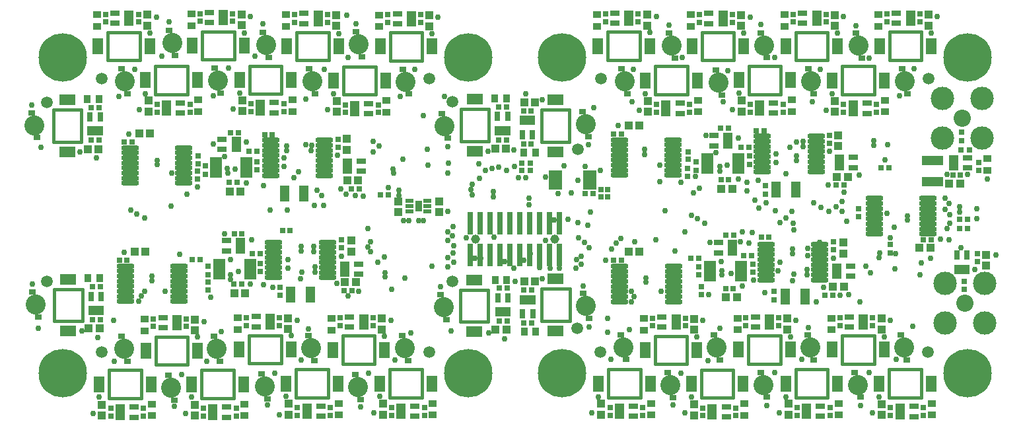
<source format=gbs>
G04*
G04 #@! TF.GenerationSoftware,Altium Limited,Altium Designer,18.1.6 (161)*
G04*
G04 Layer_Color=16711935*
%FSLAX44Y44*%
%MOMM*%
G71*
G01*
G75*
%ADD14C,0.4064*%
%ADD28O,2.3032X0.6532*%
%ADD29R,0.7032X0.8032*%
%ADD30R,0.8032X0.7032*%
%ADD31R,0.8032X0.7532*%
%ADD33R,1.1032X1.0032*%
%ADD34R,0.7532X0.8032*%
%ADD36R,1.0032X1.1032*%
%ADD41C,2.2032*%
%ADD42C,3.0032*%
%ADD43C,1.1684*%
%ADD44C,0.7620*%
%ADD45C,1.5032*%
%ADD46C,2.5654*%
%ADD47C,6.2032*%
%ADD70R,1.2032X0.6732*%
%ADD71R,1.2032X2.0032*%
%ADD72R,1.5532X0.6532*%
%ADD73R,1.6532X0.5032*%
%ADD74R,0.7112X2.9972*%
%ADD75R,0.9652X1.3970*%
%ADD76R,1.0160X0.5080*%
%ADD77R,0.6732X1.2032*%
%ADD78R,1.1032X0.9032*%
%ADD79R,2.8032X1.3032*%
%ADD80R,0.9032X0.7032*%
%ADD81R,2.0032X1.4532*%
%ADD82R,0.9032X1.1032*%
%ADD83R,1.4532X2.0032*%
D14*
X709823Y364423D02*
Y405571D01*
X673755Y364423D02*
Y405571D01*
Y364423D02*
X709823D01*
X673755Y405571D02*
X709823D01*
X1161070Y469144D02*
Y505212D01*
X1119922Y469144D02*
Y505212D01*
X1161070D01*
X1119922Y469144D02*
X1161070D01*
X1119462Y36328D02*
Y72396D01*
X1160610Y36328D02*
Y72396D01*
X1119462Y36328D02*
X1160610D01*
X1119462Y72396D02*
X1160610D01*
X980222Y79820D02*
Y115888D01*
X939074Y79820D02*
Y115888D01*
X980222D01*
X939074Y79820D02*
X980222D01*
X878862Y36016D02*
Y72084D01*
X920010Y36016D02*
Y72084D01*
X878862Y36016D02*
X920010D01*
X878862Y72084D02*
X920010D01*
X860496Y79396D02*
Y115464D01*
X819348Y79396D02*
Y115464D01*
X860496D01*
X819348Y79396D02*
X860496D01*
X999760Y36469D02*
Y72537D01*
X1040908Y36469D02*
Y72537D01*
X999760Y36469D02*
X1040908D01*
X999760Y72537D02*
X1040908D01*
X1100618Y79762D02*
Y115830D01*
X1059470Y79762D02*
Y115830D01*
X1100618D01*
X1059470Y79762D02*
X1100618D01*
X939546Y425374D02*
Y461442D01*
X980694Y425374D02*
Y461442D01*
X939546Y425374D02*
X980694D01*
X939546Y461442D02*
X980694D01*
X920540Y468718D02*
Y504786D01*
X879392Y468718D02*
Y504786D01*
X920540D01*
X879392Y468718D02*
X920540D01*
X800109Y469199D02*
Y505267D01*
X758961Y469199D02*
Y505267D01*
X800109D01*
X758961Y469199D02*
X800109D01*
X674056Y176040D02*
X710124D01*
X674056Y134892D02*
X710124D01*
X674056D02*
Y176040D01*
X710124Y134892D02*
Y176040D01*
X569610Y133605D02*
X605678D01*
X569610Y174753D02*
X605678D01*
Y133605D02*
Y174753D01*
X569610Y133605D02*
Y174753D01*
X759730Y36494D02*
Y72562D01*
X800878Y36494D02*
Y72562D01*
X759730Y36494D02*
X800878D01*
X759730Y72562D02*
X800878D01*
X1040868Y468884D02*
Y504952D01*
X999720Y468884D02*
Y504952D01*
X1040868D01*
X999720Y468884D02*
X1040868D01*
X819682Y424942D02*
Y461010D01*
X860830Y424942D02*
Y461010D01*
X819682Y424942D02*
X860830D01*
X819682Y461010D02*
X860830D01*
X570418Y364893D02*
X606486D01*
X570418Y406041D02*
X606486D01*
Y364893D02*
Y406041D01*
X570418Y364893D02*
Y406041D01*
X1059410Y424942D02*
Y461010D01*
X1100558Y424942D02*
Y461010D01*
X1059410Y424942D02*
X1100558D01*
X1059410Y461010D02*
X1100558D01*
X340090Y80094D02*
Y116162D01*
X298942Y80094D02*
Y116162D01*
X340090D01*
X298942Y80094D02*
X340090D01*
X459978Y79708D02*
Y115776D01*
X418830Y79708D02*
Y115776D01*
X459978D01*
X418830Y79708D02*
X459978D01*
X49352Y134185D02*
X85420D01*
X49352Y175333D02*
X85420D01*
Y134185D02*
Y175333D01*
X49352Y134185D02*
Y175333D01*
X220650Y78546D02*
Y114614D01*
X179502Y78546D02*
Y114614D01*
X220650D01*
X179502Y78546D02*
X220650D01*
X359166Y36469D02*
Y72537D01*
X400314Y36469D02*
Y72537D01*
X359166Y36469D02*
X400314D01*
X359166Y72537D02*
X400314D01*
X479622Y36469D02*
Y72537D01*
X520770Y36469D02*
Y72537D01*
X479622Y36469D02*
X520770D01*
X479622Y72537D02*
X520770D01*
X119704Y35544D02*
Y71612D01*
X160852Y35544D02*
Y71612D01*
X119704Y35544D02*
X160852D01*
X119704Y71612D02*
X160852D01*
X238322Y35544D02*
Y71612D01*
X279470Y35544D02*
Y71612D01*
X238322Y35544D02*
X279470D01*
X238322Y71612D02*
X279470D01*
X280138Y469724D02*
Y505792D01*
X238990Y469724D02*
Y505792D01*
X280138D01*
X238990Y469724D02*
X280138D01*
X401490Y468630D02*
Y504698D01*
X360342Y468630D02*
Y504698D01*
X401490D01*
X360342Y468630D02*
X401490D01*
X521124Y468424D02*
Y504492D01*
X479976Y468424D02*
Y504492D01*
X521124D01*
X479976Y468424D02*
X521124D01*
X48000Y364320D02*
X84068D01*
X48000Y405468D02*
X84068D01*
Y364320D02*
Y405468D01*
X48000Y364320D02*
Y405468D01*
X299490Y425704D02*
Y461772D01*
X340638Y425704D02*
Y461772D01*
X299490Y425704D02*
X340638D01*
X299490Y461772D02*
X340638D01*
X420394Y424688D02*
Y460756D01*
X461542Y424688D02*
Y460756D01*
X420394Y424688D02*
X461542D01*
X420394Y460756D02*
X461542D01*
X179086Y425368D02*
Y461436D01*
X220234Y425368D02*
Y461436D01*
X179086Y425368D02*
X220234D01*
X179086Y461436D02*
X220234D01*
X159248Y468906D02*
Y504974D01*
X118100Y468906D02*
Y504974D01*
X159248D01*
X118100Y468906D02*
X159248D01*
D28*
X957139Y325776D02*
D03*
Y332276D02*
D03*
Y338776D02*
D03*
Y345276D02*
D03*
Y351776D02*
D03*
Y358276D02*
D03*
Y364776D02*
D03*
Y371276D02*
D03*
X1026139Y325776D02*
D03*
Y332276D02*
D03*
Y338776D02*
D03*
Y345276D02*
D03*
Y351776D02*
D03*
Y358276D02*
D03*
Y364776D02*
D03*
Y371276D02*
D03*
X842934Y366822D02*
D03*
Y360322D02*
D03*
Y353822D02*
D03*
Y347322D02*
D03*
Y340822D02*
D03*
Y334322D02*
D03*
Y327822D02*
D03*
Y321322D02*
D03*
X773934Y366822D02*
D03*
Y360322D02*
D03*
Y353822D02*
D03*
Y347322D02*
D03*
Y340822D02*
D03*
Y334322D02*
D03*
Y327822D02*
D03*
Y321322D02*
D03*
X395732Y366302D02*
D03*
Y359802D02*
D03*
Y353302D02*
D03*
Y346802D02*
D03*
Y340302D02*
D03*
Y333802D02*
D03*
Y327302D02*
D03*
Y320802D02*
D03*
X326732Y366302D02*
D03*
Y359802D02*
D03*
Y353302D02*
D03*
Y346802D02*
D03*
Y340302D02*
D03*
Y333802D02*
D03*
Y327302D02*
D03*
Y320802D02*
D03*
X215554Y356662D02*
D03*
Y350162D02*
D03*
Y343662D02*
D03*
Y337162D02*
D03*
Y330662D02*
D03*
Y324162D02*
D03*
Y317662D02*
D03*
Y311162D02*
D03*
X146554Y356662D02*
D03*
Y350162D02*
D03*
Y343662D02*
D03*
Y337162D02*
D03*
Y330662D02*
D03*
Y324162D02*
D03*
Y317662D02*
D03*
Y311162D02*
D03*
X140458Y159607D02*
D03*
Y166106D02*
D03*
Y172607D02*
D03*
Y179107D02*
D03*
Y185606D02*
D03*
Y192106D02*
D03*
Y198606D02*
D03*
Y205107D02*
D03*
X209458Y159607D02*
D03*
Y166106D02*
D03*
Y172607D02*
D03*
Y179107D02*
D03*
Y185606D02*
D03*
Y192106D02*
D03*
Y198606D02*
D03*
Y205107D02*
D03*
X330644Y190179D02*
D03*
Y196679D02*
D03*
Y203179D02*
D03*
Y209679D02*
D03*
Y216179D02*
D03*
Y222679D02*
D03*
Y229179D02*
D03*
Y235679D02*
D03*
X399644Y190179D02*
D03*
Y196679D02*
D03*
Y203179D02*
D03*
Y209679D02*
D03*
Y216179D02*
D03*
Y222679D02*
D03*
Y229179D02*
D03*
Y235679D02*
D03*
X842996Y204966D02*
D03*
Y198466D02*
D03*
Y191966D02*
D03*
Y185466D02*
D03*
Y178966D02*
D03*
Y172466D02*
D03*
Y165966D02*
D03*
Y159466D02*
D03*
X773996Y204966D02*
D03*
Y198466D02*
D03*
Y191966D02*
D03*
Y185466D02*
D03*
Y178966D02*
D03*
Y172466D02*
D03*
Y165966D02*
D03*
Y159466D02*
D03*
X1030722Y232885D02*
D03*
Y226385D02*
D03*
Y219885D02*
D03*
Y213385D02*
D03*
Y206885D02*
D03*
Y200385D02*
D03*
Y193885D02*
D03*
Y187385D02*
D03*
X961722Y232885D02*
D03*
Y226385D02*
D03*
Y219885D02*
D03*
Y213385D02*
D03*
Y206885D02*
D03*
Y200385D02*
D03*
Y193885D02*
D03*
Y187385D02*
D03*
X1100420Y246164D02*
D03*
Y252664D02*
D03*
Y259164D02*
D03*
Y265664D02*
D03*
Y272164D02*
D03*
Y278664D02*
D03*
Y285164D02*
D03*
Y291664D02*
D03*
X1169420Y246164D02*
D03*
Y252664D02*
D03*
Y259164D02*
D03*
Y265664D02*
D03*
Y272164D02*
D03*
Y278664D02*
D03*
Y285164D02*
D03*
Y291664D02*
D03*
D29*
X750000Y303500D02*
D03*
Y293500D02*
D03*
X759000Y303500D02*
D03*
Y293500D02*
D03*
X1232662Y220640D02*
D03*
Y210640D02*
D03*
X1234694Y327710D02*
D03*
Y337710D02*
D03*
X1116896Y528106D02*
D03*
Y518106D02*
D03*
X1159060Y528106D02*
D03*
Y518106D02*
D03*
X1163636Y13434D02*
D03*
Y23434D02*
D03*
X1121472Y13434D02*
D03*
Y23434D02*
D03*
X861822Y341710D02*
D03*
Y351710D02*
D03*
X1043373Y372148D02*
D03*
Y362148D02*
D03*
X936048Y138782D02*
D03*
Y128782D02*
D03*
X978212Y138782D02*
D03*
Y128782D02*
D03*
X923036Y13122D02*
D03*
Y23122D02*
D03*
X880872Y13122D02*
D03*
Y23122D02*
D03*
X816322Y138358D02*
D03*
Y128358D02*
D03*
X858486Y138358D02*
D03*
Y128358D02*
D03*
X1043934Y13575D02*
D03*
Y23575D02*
D03*
X1001770Y13575D02*
D03*
Y23575D02*
D03*
X1056444Y138724D02*
D03*
Y128724D02*
D03*
X1098608Y138724D02*
D03*
Y128724D02*
D03*
X983720Y402480D02*
D03*
Y412480D02*
D03*
X941556Y402480D02*
D03*
Y412480D02*
D03*
X876366Y527680D02*
D03*
Y517680D02*
D03*
X918530Y527680D02*
D03*
Y517680D02*
D03*
X755935Y528161D02*
D03*
Y518161D02*
D03*
X798099Y528161D02*
D03*
Y518161D02*
D03*
X803904Y13600D02*
D03*
Y23600D02*
D03*
X761740Y13600D02*
D03*
Y23600D02*
D03*
X996694Y527846D02*
D03*
Y517846D02*
D03*
X1038858Y527846D02*
D03*
Y517846D02*
D03*
X863856Y402048D02*
D03*
Y412048D02*
D03*
X821692Y402048D02*
D03*
Y412048D02*
D03*
X1103584Y402048D02*
D03*
Y412048D02*
D03*
X1061420Y402048D02*
D03*
Y412048D02*
D03*
X295916Y129056D02*
D03*
Y139056D02*
D03*
X338080Y129056D02*
D03*
Y139056D02*
D03*
X415804Y128670D02*
D03*
Y138670D02*
D03*
X457968Y128670D02*
D03*
Y138670D02*
D03*
X176476Y127508D02*
D03*
Y137508D02*
D03*
X218640Y127508D02*
D03*
Y137508D02*
D03*
X403340Y23575D02*
D03*
Y13575D02*
D03*
X361176Y23575D02*
D03*
Y13575D02*
D03*
X523796Y23575D02*
D03*
Y13575D02*
D03*
X481632Y23575D02*
D03*
Y13575D02*
D03*
X163878Y22650D02*
D03*
Y12650D02*
D03*
X121714Y22650D02*
D03*
Y12650D02*
D03*
X282496Y22650D02*
D03*
Y12650D02*
D03*
X240332Y22650D02*
D03*
Y12650D02*
D03*
X233408Y336198D02*
D03*
Y346198D02*
D03*
X235964Y518686D02*
D03*
Y528686D02*
D03*
X278128Y518686D02*
D03*
Y528686D02*
D03*
X357316Y517592D02*
D03*
Y527592D02*
D03*
X399480Y517592D02*
D03*
Y527592D02*
D03*
X476950Y517386D02*
D03*
Y527386D02*
D03*
X519114Y517386D02*
D03*
Y527386D02*
D03*
X343664Y412810D02*
D03*
Y402810D02*
D03*
X301500Y412810D02*
D03*
Y402810D02*
D03*
X464568Y411794D02*
D03*
Y401794D02*
D03*
X422404Y411794D02*
D03*
Y401794D02*
D03*
X223260Y412474D02*
D03*
Y402474D02*
D03*
X181096Y412474D02*
D03*
Y402474D02*
D03*
X115074Y517868D02*
D03*
Y527868D02*
D03*
X157238Y517868D02*
D03*
Y527868D02*
D03*
X1048654Y236140D02*
D03*
Y226140D02*
D03*
X412966Y367174D02*
D03*
Y357174D02*
D03*
X417576Y238934D02*
D03*
Y228934D02*
D03*
D30*
X1061894Y308864D02*
D03*
X1051894D02*
D03*
X903812Y381762D02*
D03*
X913812D02*
D03*
X939661Y357416D02*
D03*
X929661D02*
D03*
X914066Y315722D02*
D03*
X904066D02*
D03*
X766256Y374142D02*
D03*
X776256D02*
D03*
X430064Y304182D02*
D03*
X440064D02*
D03*
X275517Y375518D02*
D03*
X285517D02*
D03*
X309254Y352442D02*
D03*
X299254D02*
D03*
X283346Y312056D02*
D03*
X273346D02*
D03*
X138876Y363982D02*
D03*
X148876D02*
D03*
X142780Y212426D02*
D03*
X132780D02*
D03*
X279480Y181610D02*
D03*
X289480D02*
D03*
X280017Y246380D02*
D03*
X290017D02*
D03*
X313142Y220980D02*
D03*
X303142D02*
D03*
X430958Y173482D02*
D03*
X420958D02*
D03*
X766318Y212286D02*
D03*
X776318D02*
D03*
X910416Y244856D02*
D03*
X920416D02*
D03*
X919908Y176022D02*
D03*
X909908D02*
D03*
X943276Y218440D02*
D03*
X933276D02*
D03*
X1047561Y167386D02*
D03*
X1037561D02*
D03*
X1173500Y238512D02*
D03*
X1163500D02*
D03*
X1211246Y321818D02*
D03*
X1201246D02*
D03*
X739750Y297750D02*
D03*
X729750D02*
D03*
X959411Y378324D02*
D03*
X949411D02*
D03*
X875204Y215240D02*
D03*
X865204D02*
D03*
X651162Y131866D02*
D03*
X661162D02*
D03*
X651162Y174030D02*
D03*
X661162D02*
D03*
X630001Y176521D02*
D03*
X620001D02*
D03*
X630001Y134357D02*
D03*
X620001D02*
D03*
X629380Y409067D02*
D03*
X619380D02*
D03*
X629380Y366903D02*
D03*
X619380D02*
D03*
X650861Y361397D02*
D03*
X660861D02*
D03*
X650861Y403561D02*
D03*
X660861D02*
D03*
X236394Y213039D02*
D03*
X226394D02*
D03*
X98314Y178358D02*
D03*
X108314D02*
D03*
X96962Y408494D02*
D03*
X106962D02*
D03*
X96962Y366330D02*
D03*
X106962D02*
D03*
X965628Y241808D02*
D03*
X955628D02*
D03*
X329004Y373350D02*
D03*
X319004D02*
D03*
X351844Y250190D02*
D03*
X341844D02*
D03*
X108314Y136194D02*
D03*
X98314D02*
D03*
D31*
X940816Y335618D02*
D03*
Y346118D02*
D03*
X309334Y328522D02*
D03*
Y339022D02*
D03*
X313690Y197950D02*
D03*
Y208450D02*
D03*
X246762Y204640D02*
D03*
Y194140D02*
D03*
X875284Y204132D02*
D03*
Y193632D02*
D03*
X944598Y196867D02*
D03*
Y207367D02*
D03*
X1120902Y221930D02*
D03*
Y232430D02*
D03*
X1080262Y268054D02*
D03*
Y278554D02*
D03*
X1216152Y175090D02*
D03*
Y185590D02*
D03*
X1212342Y365844D02*
D03*
Y376344D02*
D03*
X961443Y297302D02*
D03*
Y307802D02*
D03*
X861314Y330370D02*
D03*
Y319870D02*
D03*
X872236Y327998D02*
D03*
Y338498D02*
D03*
X972170Y161882D02*
D03*
Y172382D02*
D03*
X879094Y178732D02*
D03*
Y168232D02*
D03*
X243078Y322918D02*
D03*
Y333418D02*
D03*
X338836Y177970D02*
D03*
Y167470D02*
D03*
X246762Y184713D02*
D03*
Y174213D02*
D03*
X233172Y326814D02*
D03*
Y316314D02*
D03*
D33*
X1054333Y358908D02*
D03*
Y372908D02*
D03*
X542600Y288000D02*
D03*
Y274000D02*
D03*
X490750Y288000D02*
D03*
Y274000D02*
D03*
X423926Y367934D02*
D03*
Y353934D02*
D03*
X1243838Y205598D02*
D03*
Y219598D02*
D03*
X430022Y223886D02*
D03*
Y237886D02*
D03*
X168414Y527050D02*
D03*
Y513050D02*
D03*
X1061100Y235092D02*
D03*
Y221092D02*
D03*
X1110296Y14252D02*
D03*
Y28252D02*
D03*
X1170236Y527288D02*
D03*
Y513288D02*
D03*
X989388Y137964D02*
D03*
Y123964D02*
D03*
X990594Y14393D02*
D03*
Y28393D02*
D03*
X869696Y13940D02*
D03*
Y27940D02*
D03*
X1109784Y137906D02*
D03*
Y123906D02*
D03*
X869662Y137540D02*
D03*
Y123540D02*
D03*
X750564Y14418D02*
D03*
Y28418D02*
D03*
X930380Y403298D02*
D03*
Y417298D02*
D03*
X1050034Y527028D02*
D03*
Y513028D02*
D03*
X929706Y526862D02*
D03*
Y512862D02*
D03*
X1050244Y402866D02*
D03*
Y416866D02*
D03*
X810516Y402866D02*
D03*
Y416866D02*
D03*
X809275Y527343D02*
D03*
Y513343D02*
D03*
X410656Y526774D02*
D03*
Y512774D02*
D03*
X530290Y526568D02*
D03*
Y512568D02*
D03*
X290324Y403628D02*
D03*
Y417628D02*
D03*
X411228Y402612D02*
D03*
Y416612D02*
D03*
X289304Y527868D02*
D03*
Y513868D02*
D03*
X169920Y403292D02*
D03*
Y417292D02*
D03*
X350000Y28393D02*
D03*
Y14393D02*
D03*
X349256Y124238D02*
D03*
Y138238D02*
D03*
X469144Y123852D02*
D03*
Y137852D02*
D03*
X470456Y28393D02*
D03*
Y14393D02*
D03*
X229156Y27468D02*
D03*
Y13468D02*
D03*
X110538Y27468D02*
D03*
Y13468D02*
D03*
X229816Y122690D02*
D03*
Y136690D02*
D03*
D34*
X1119672Y331078D02*
D03*
X1109172D02*
D03*
X649000Y327660D02*
D03*
X659500D02*
D03*
Y337250D02*
D03*
X649000D02*
D03*
X1209750Y265250D02*
D03*
X1220250D02*
D03*
X1209750Y252750D02*
D03*
X1220250D02*
D03*
X467077Y296164D02*
D03*
X477577D02*
D03*
X1222418Y354114D02*
D03*
X1211918D02*
D03*
D36*
X904606Y304038D02*
D03*
X918606D02*
D03*
X274140Y300626D02*
D03*
X288140D02*
D03*
X280020Y170180D02*
D03*
X294020D02*
D03*
X910702Y165308D02*
D03*
X924702D02*
D03*
X1196452Y310388D02*
D03*
X1210452D02*
D03*
X1172494Y228250D02*
D03*
X1158494D02*
D03*
X1066830Y319532D02*
D03*
X1052830D02*
D03*
X1047608Y178642D02*
D03*
X1061608D02*
D03*
X436006Y184404D02*
D03*
X422006D02*
D03*
X425016Y315104D02*
D03*
X439016D02*
D03*
X785654Y223208D02*
D03*
X799654D02*
D03*
X785592Y385064D02*
D03*
X799592D02*
D03*
X651980Y185206D02*
D03*
X665980D02*
D03*
X629183Y123181D02*
D03*
X615183D02*
D03*
X651679Y414737D02*
D03*
X665679D02*
D03*
X628562Y355727D02*
D03*
X614562D02*
D03*
X158212Y374904D02*
D03*
X172212D02*
D03*
X106144Y355154D02*
D03*
X92144D02*
D03*
X166116Y223349D02*
D03*
X152116D02*
D03*
X93496Y125019D02*
D03*
X107496D02*
D03*
D41*
X1213228Y394752D02*
D03*
X1216568Y157638D02*
D03*
D42*
X1187828Y420152D02*
D03*
Y369352D02*
D03*
X1238628D02*
D03*
Y420152D02*
D03*
X1191168Y183038D02*
D03*
Y132238D02*
D03*
X1241968D02*
D03*
Y183038D02*
D03*
D43*
X690800Y240000D02*
D03*
X589200D02*
D03*
D44*
X550000Y422722D02*
D03*
X711785Y299265D02*
D03*
X852330Y312420D02*
D03*
X825558Y313192D02*
D03*
X890086Y234950D02*
D03*
X756589Y212286D02*
D03*
X1120902Y240866D02*
D03*
X1030750Y235750D02*
D03*
X425016Y315104D02*
D03*
X322771Y26771D02*
D03*
X203080Y25080D02*
D03*
X1143500Y269402D02*
D03*
X1143250Y263833D02*
D03*
X871630Y319870D02*
D03*
X902500Y326795D02*
D03*
Y332750D02*
D03*
X362482Y325947D02*
D03*
X371518Y360518D02*
D03*
X347250Y352806D02*
D03*
X1001000Y340000D02*
D03*
Y346118D02*
D03*
X806250Y354572D02*
D03*
X806039Y348017D02*
D03*
X1000549Y364268D02*
D03*
X992349Y357500D02*
D03*
X884840Y372340D02*
D03*
X1161250Y209000D02*
D03*
X1159307Y194259D02*
D03*
X1211750Y228500D02*
D03*
X720500Y315301D02*
D03*
X729750Y333000D02*
D03*
X702876Y333699D02*
D03*
X679156Y319468D02*
D03*
X685038Y202692D02*
D03*
X690534Y264263D02*
D03*
X646282Y270263D02*
D03*
X577516Y241412D02*
D03*
X561632Y231432D02*
D03*
X560578Y255270D02*
D03*
X522250Y263320D02*
D03*
X491250Y295656D02*
D03*
Y302500D02*
D03*
X503750Y263320D02*
D03*
X516500Y263250D02*
D03*
X497500Y263320D02*
D03*
X679033Y238262D02*
D03*
X612380Y300750D02*
D03*
X612376Y293624D02*
D03*
X695214Y298250D02*
D03*
X749554Y328054D02*
D03*
X733085Y257415D02*
D03*
X720500Y260630D02*
D03*
X736346Y273924D02*
D03*
X654050Y318008D02*
D03*
X1065220Y262780D02*
D03*
X1059680Y275000D02*
D03*
X1052086Y280750D02*
D03*
X1059250Y287500D02*
D03*
X961547Y286514D02*
D03*
X997524Y251190D02*
D03*
X997000Y260000D02*
D03*
X1042000Y275000D02*
D03*
X1032250Y280495D02*
D03*
X1023000Y286250D02*
D03*
X995250Y274882D02*
D03*
X883500Y260000D02*
D03*
X952880Y278962D02*
D03*
X974137Y275750D02*
D03*
X874250Y265500D02*
D03*
X866186Y270000D02*
D03*
X947750Y289789D02*
D03*
X937500Y301750D02*
D03*
Y312500D02*
D03*
X951964Y314941D02*
D03*
X926279Y316776D02*
D03*
X868750Y299250D02*
D03*
X876750Y305000D02*
D03*
X857750Y248750D02*
D03*
X820926Y239000D02*
D03*
X793208Y235966D02*
D03*
X980130Y260630D02*
D03*
X987000Y266750D02*
D03*
X832358Y276352D02*
D03*
X764000Y227250D02*
D03*
X769802Y234500D02*
D03*
X775250Y240656D02*
D03*
X735076Y228824D02*
D03*
X944326Y248441D02*
D03*
X931750Y248500D02*
D03*
X940131Y234869D02*
D03*
X929306Y235966D02*
D03*
X1209750Y274250D02*
D03*
X1210000Y280782D02*
D03*
X1197558Y270763D02*
D03*
X1126490Y254510D02*
D03*
X1116500Y272250D02*
D03*
X1172494Y215006D02*
D03*
X1231960Y265710D02*
D03*
X1197500Y260000D02*
D03*
X1196308Y238512D02*
D03*
X1185558Y239762D02*
D03*
X1194054Y252730D02*
D03*
X1231946Y278710D02*
D03*
X1127637Y220680D02*
D03*
X1128948Y85426D02*
D03*
X1149570Y127762D02*
D03*
X1196340Y284988D02*
D03*
X1191696Y291664D02*
D03*
X1191514Y277876D02*
D03*
X946150Y187498D02*
D03*
X996076Y185848D02*
D03*
X979772Y210245D02*
D03*
X977392Y199323D02*
D03*
X728756Y235174D02*
D03*
X721106Y241046D02*
D03*
X1117632Y360668D02*
D03*
X1015492Y218440D02*
D03*
X1015702Y228092D02*
D03*
X329608Y177970D02*
D03*
X610362Y330200D02*
D03*
X391922Y295656D02*
D03*
X612775Y241808D02*
D03*
X383286Y196850D02*
D03*
X1014364Y200914D02*
D03*
X618744Y331470D02*
D03*
X386588Y302337D02*
D03*
X608076Y250444D02*
D03*
X383286Y203708D02*
D03*
X997722Y194377D02*
D03*
X660081Y220726D02*
D03*
X671576Y203454D02*
D03*
X725170Y207010D02*
D03*
X718566Y213122D02*
D03*
X718379Y202117D02*
D03*
X725170Y217678D02*
D03*
X707644Y264632D02*
D03*
X651256Y212894D02*
D03*
X697150Y202692D02*
D03*
X825558Y334322D02*
D03*
X845312Y224282D02*
D03*
X827532Y172466D02*
D03*
X792884Y166116D02*
D03*
X789178Y172466D02*
D03*
X788924Y159313D02*
D03*
X496062Y341884D02*
D03*
X484124Y324104D02*
D03*
X483870Y329692D02*
D03*
X401113Y235679D02*
D03*
X423418Y296926D02*
D03*
X394462Y282956D02*
D03*
X416814Y304038D02*
D03*
X383032Y282956D02*
D03*
X348234Y276606D02*
D03*
X451104Y252730D02*
D03*
X454406Y223254D02*
D03*
X451104Y229754D02*
D03*
X454406Y236254D02*
D03*
X326164Y276606D02*
D03*
X594464Y317350D02*
D03*
X527800Y354572D02*
D03*
X199586Y324162D02*
D03*
X199516Y282322D02*
D03*
X191122Y172607D02*
D03*
X585216Y310134D02*
D03*
X457868Y364585D02*
D03*
X554228Y249174D02*
D03*
X157734Y160274D02*
D03*
X147066Y277079D02*
D03*
X584962Y296164D02*
D03*
X458216Y351536D02*
D03*
X554228Y238252D02*
D03*
X165354Y172720D02*
D03*
X165100Y266446D02*
D03*
X583438Y303276D02*
D03*
X559816Y243586D02*
D03*
X465398Y358648D02*
D03*
X161290Y166750D02*
D03*
X155448Y271526D02*
D03*
X318008Y307848D02*
D03*
X638810Y354114D02*
D03*
X593598Y336130D02*
D03*
X553466Y274766D02*
D03*
X553466Y323850D02*
D03*
X554990Y336804D02*
D03*
X210262Y220336D02*
D03*
X219588Y297180D02*
D03*
X174208Y192571D02*
D03*
X473456Y191102D02*
D03*
Y196596D02*
D03*
X498602Y189484D02*
D03*
X560832Y222060D02*
D03*
X554228Y215646D02*
D03*
X561086Y209804D02*
D03*
X554228Y203962D02*
D03*
X344132Y332710D02*
D03*
X626872Y210566D02*
D03*
X317500Y181102D02*
D03*
X348694Y202117D02*
D03*
X638302Y202692D02*
D03*
X658114Y283210D02*
D03*
X608330Y218440D02*
D03*
X582676Y262382D02*
D03*
X596392Y214884D02*
D03*
X588296Y215071D02*
D03*
X974539Y337684D02*
D03*
X417576Y217932D02*
D03*
X533446Y204516D02*
D03*
X477577Y305365D02*
D03*
X629412Y327660D02*
D03*
X382270Y223266D02*
D03*
X382016Y230632D02*
D03*
X366644Y197319D02*
D03*
X445628Y294782D02*
D03*
X435102Y295656D02*
D03*
X640334Y185206D02*
D03*
X658368Y292354D02*
D03*
X639318Y332994D02*
D03*
X644398Y318008D02*
D03*
X601980Y327456D02*
D03*
X1245292Y316300D02*
D03*
X1193546Y322326D02*
D03*
X1220182Y322360D02*
D03*
X1256680Y219598D02*
D03*
X1229614Y200406D02*
D03*
X1107186Y221488D02*
D03*
X1106932Y215646D02*
D03*
X1100021Y360172D02*
D03*
X1100154Y365674D02*
D03*
X1061894Y300054D02*
D03*
X1041146Y308864D02*
D03*
X1081024Y321818D02*
D03*
X1020826Y415798D02*
D03*
X553600Y358274D02*
D03*
X734254Y360862D02*
D03*
X740854Y407734D02*
D03*
X792014Y457212D02*
D03*
X789686Y415544D02*
D03*
X837244Y513528D02*
D03*
X854202Y472434D02*
D03*
X912864Y455688D02*
D03*
X906780Y415544D02*
D03*
X1009513Y364776D02*
D03*
X955321Y514831D02*
D03*
X973248Y472434D02*
D03*
X1132900Y422916D02*
D03*
X1076972Y513068D02*
D03*
X1093712Y471678D02*
D03*
X522780Y397970D02*
D03*
X758698Y120396D02*
D03*
X758444Y138346D02*
D03*
X439518Y172720D02*
D03*
X1083056Y26416D02*
D03*
X1093712Y68338D02*
D03*
X1127010Y201180D02*
D03*
X962660Y26416D02*
D03*
X972636Y68396D02*
D03*
X1007333Y85567D02*
D03*
X1016054Y126438D02*
D03*
X1082294Y158750D02*
D03*
X1067562Y168656D02*
D03*
X1056386Y167470D02*
D03*
X1035558Y177546D02*
D03*
X1026139Y158750D02*
D03*
X1096010Y196596D02*
D03*
X1090168Y204978D02*
D03*
X887280Y84132D02*
D03*
X902692Y124968D02*
D03*
X842934Y27016D02*
D03*
X853074Y67972D02*
D03*
X544830Y178642D02*
D03*
X727456Y179212D02*
D03*
X763374Y85592D02*
D03*
X786748Y123808D02*
D03*
X734956Y127374D02*
D03*
X557786Y121960D02*
D03*
X995680Y227076D02*
D03*
X995426Y220980D02*
D03*
X174244Y185928D02*
D03*
X808228Y189992D02*
D03*
Y184404D02*
D03*
X905256Y193643D02*
D03*
Y199323D02*
D03*
X960036Y170858D02*
D03*
X986482Y168402D02*
D03*
X1011482Y168656D02*
D03*
X916828Y195622D02*
D03*
X904240Y210820D02*
D03*
X888559Y168215D02*
D03*
X738803Y17028D02*
D03*
X747054Y37562D02*
D03*
X1120843Y135756D02*
D03*
X1113294Y114560D02*
D03*
X1000447Y135814D02*
D03*
X992898Y114618D02*
D03*
X1098535Y16862D02*
D03*
X1106786Y37396D02*
D03*
X978833Y17003D02*
D03*
X987084Y37537D02*
D03*
X857935Y16550D02*
D03*
X866186Y37084D02*
D03*
X1181295Y525138D02*
D03*
X1151690Y457720D02*
D03*
X1173746Y503942D02*
D03*
X772414Y385318D02*
D03*
X1114298Y341122D02*
D03*
X987277Y323410D02*
D03*
X926135Y369067D02*
D03*
X974739Y306780D02*
D03*
X999739Y306954D02*
D03*
X912013Y334412D02*
D03*
X897911Y350806D02*
D03*
X1009375Y357780D02*
D03*
X1043241Y351776D02*
D03*
X974539Y348606D02*
D03*
X931418Y179466D02*
D03*
X1048654Y215138D02*
D03*
X1014364Y194056D02*
D03*
X880721Y135390D02*
D03*
X873172Y114194D02*
D03*
X918619Y405908D02*
D03*
X926870Y426442D02*
D03*
X941467Y524252D02*
D03*
X933216Y503718D02*
D03*
X821036Y524733D02*
D03*
X812785Y504199D02*
D03*
X675124Y188716D02*
D03*
X626573Y111420D02*
D03*
X606039Y119671D02*
D03*
X1061093Y524878D02*
D03*
X1031488Y457460D02*
D03*
X1053544Y503682D02*
D03*
X799457Y405016D02*
D03*
X807006Y426212D02*
D03*
X1039185Y405016D02*
D03*
X1046734Y426212D02*
D03*
X653829Y425796D02*
D03*
X675025Y418247D02*
D03*
X605216Y352217D02*
D03*
X263144Y121412D02*
D03*
X21396Y181924D02*
D03*
X29210Y124968D02*
D03*
X125222Y135636D02*
D03*
X411226Y183134D02*
D03*
X425704Y166500D02*
D03*
X481632Y175562D02*
D03*
X472327Y216754D02*
D03*
X464370Y210254D02*
D03*
X377498Y171958D02*
D03*
X352498Y172012D02*
D03*
X375158Y124714D02*
D03*
X442408Y24698D02*
D03*
X506476Y119754D02*
D03*
X378968Y352806D02*
D03*
X379106Y359802D02*
D03*
X412834Y346802D02*
D03*
X347000Y359000D02*
D03*
X356870Y318436D02*
D03*
X369332Y301980D02*
D03*
X344332Y301806D02*
D03*
X271350Y329869D02*
D03*
X271504Y324162D02*
D03*
X295872Y311802D02*
D03*
X233172Y306070D02*
D03*
X295729Y364093D02*
D03*
X281606Y329438D02*
D03*
X252984Y361835D02*
D03*
X344132Y343632D02*
D03*
X267504Y345832D02*
D03*
X365760Y224282D02*
D03*
Y230124D02*
D03*
X364998Y188642D02*
D03*
X348694Y213039D02*
D03*
X181096Y340360D02*
D03*
Y334898D02*
D03*
X275590Y187960D02*
D03*
Y193643D02*
D03*
X250190Y165100D02*
D03*
X302260Y238760D02*
D03*
X267970Y246380D02*
D03*
X285750Y198416D02*
D03*
X300340Y182260D02*
D03*
X275232Y213360D02*
D03*
X458695Y17003D02*
D03*
X486222Y84237D02*
D03*
X466946Y37897D02*
D03*
X365766Y84237D02*
D03*
X346490Y37897D02*
D03*
X217395Y16078D02*
D03*
X244922Y83312D02*
D03*
X225646Y36972D02*
D03*
X480905Y135242D02*
D03*
X451866Y67434D02*
D03*
X472654Y115190D02*
D03*
X361017Y135628D02*
D03*
X331978Y67820D02*
D03*
X352766Y115576D02*
D03*
X138674Y222719D02*
D03*
X423904Y526774D02*
D03*
X435932Y515246D02*
D03*
X104886Y113258D02*
D03*
X84834Y121509D02*
D03*
X241577Y134080D02*
D03*
X233326Y114028D02*
D03*
X212538Y66272D02*
D03*
X338239Y14040D02*
D03*
X98777Y16078D02*
D03*
X126304Y83312D02*
D03*
X107028Y36972D02*
D03*
X528320Y334264D02*
D03*
X20126Y411794D02*
D03*
X32512Y357378D02*
D03*
X414166Y503174D02*
D03*
X286814Y426720D02*
D03*
X316908Y515366D02*
D03*
X533800Y503222D02*
D03*
X407718Y425756D02*
D03*
X292814Y503936D02*
D03*
X166410Y425954D02*
D03*
X187198Y473710D02*
D03*
X171924Y503546D02*
D03*
X82042Y351644D02*
D03*
X395158Y457206D02*
D03*
X371542Y418846D02*
D03*
X196656Y518100D02*
D03*
X152648Y457206D02*
D03*
X131826Y422402D02*
D03*
X426214Y472492D02*
D03*
X272542Y458724D02*
D03*
X252984Y422910D02*
D03*
X511744Y457000D02*
D03*
X492954Y422196D02*
D03*
X306748Y473964D02*
D03*
X144892Y374396D02*
D03*
X301065Y525258D02*
D03*
X541349Y524418D02*
D03*
X103534Y343393D02*
D03*
X278563Y406238D02*
D03*
X399467Y405222D02*
D03*
X180175Y524440D02*
D03*
X158159Y405902D02*
D03*
D45*
X559816Y415544D02*
D03*
X720500Y355000D02*
D03*
X720000Y125000D02*
D03*
X559816Y185000D02*
D03*
X40000Y415000D02*
D03*
Y185000D02*
D03*
X530500Y445000D02*
D03*
X110500D02*
D03*
X1170250D02*
D03*
X750250D02*
D03*
X1169750Y95000D02*
D03*
X749750D02*
D03*
X110000D02*
D03*
X530000D02*
D03*
D46*
X958910Y52896D02*
D03*
X959071Y488001D02*
D03*
X380178Y441706D02*
D03*
X378714Y99737D02*
D03*
X1019048Y101067D02*
D03*
X1019556Y441960D02*
D03*
X499812Y441500D02*
D03*
X438658Y50162D02*
D03*
X898821Y100578D02*
D03*
X901252Y440188D02*
D03*
X320802Y488696D02*
D03*
X319021Y50548D02*
D03*
X1079306Y52838D02*
D03*
X1080722Y487934D02*
D03*
X439682Y489286D02*
D03*
X499170Y99737D02*
D03*
X839184Y52472D02*
D03*
X730504Y386588D02*
D03*
X23876Y385572D02*
D03*
X257870Y98812D02*
D03*
X731206Y153918D02*
D03*
X840994Y487934D02*
D03*
X258826Y442800D02*
D03*
X25146Y155702D02*
D03*
X1138750Y100926D02*
D03*
X548640Y152570D02*
D03*
X780348Y441712D02*
D03*
X200406Y490982D02*
D03*
X139252Y98812D02*
D03*
X1139758Y442220D02*
D03*
X779018Y101092D02*
D03*
X549850Y384720D02*
D03*
X139700Y441706D02*
D03*
X199330Y49000D02*
D03*
D47*
X700000Y67500D02*
D03*
Y472500D02*
D03*
X580000D02*
D03*
Y67500D02*
D03*
X60000D02*
D03*
Y472500D02*
D03*
X1220000Y67500D02*
D03*
Y472500D02*
D03*
D70*
X1055565Y337858D02*
D03*
X1073565Y344358D02*
D03*
Y331358D02*
D03*
X1055565Y344358D02*
D03*
Y331358D02*
D03*
X913071Y365840D02*
D03*
X895071Y359340D02*
D03*
Y372340D02*
D03*
X913071Y359340D02*
D03*
Y372340D02*
D03*
X425158Y332884D02*
D03*
X443158Y339384D02*
D03*
Y326384D02*
D03*
X425158Y339384D02*
D03*
Y326384D02*
D03*
X282664Y360866D02*
D03*
X264664Y354366D02*
D03*
Y367366D02*
D03*
X282664Y354366D02*
D03*
Y367366D02*
D03*
X288290Y237640D02*
D03*
Y224640D02*
D03*
X270290Y237640D02*
D03*
Y224640D02*
D03*
X288290Y231140D02*
D03*
X421386Y201168D02*
D03*
X439386Y207668D02*
D03*
Y194668D02*
D03*
X421386D02*
D03*
Y207668D02*
D03*
X918938Y228450D02*
D03*
X900938Y221950D02*
D03*
Y234950D02*
D03*
X918938Y221950D02*
D03*
Y234950D02*
D03*
X1052464Y198374D02*
D03*
X1070464Y204874D02*
D03*
Y191874D02*
D03*
X1052464Y204874D02*
D03*
Y191874D02*
D03*
X1202182Y337578D02*
D03*
X1220182Y344078D02*
D03*
Y331078D02*
D03*
X1202182Y344078D02*
D03*
Y331078D02*
D03*
X1147122Y529352D02*
D03*
Y516352D02*
D03*
X1129122Y529352D02*
D03*
Y516352D02*
D03*
X1147122Y522852D02*
D03*
X1133410Y12188D02*
D03*
Y25188D02*
D03*
X1151410Y12188D02*
D03*
Y25188D02*
D03*
X1133410Y18688D02*
D03*
X786161Y522907D02*
D03*
X768161Y516407D02*
D03*
Y529407D02*
D03*
X786161Y516407D02*
D03*
Y529407D02*
D03*
X966274Y140028D02*
D03*
Y127028D02*
D03*
X948274Y140028D02*
D03*
Y127028D02*
D03*
X966274Y133528D02*
D03*
X892810Y11876D02*
D03*
Y24876D02*
D03*
X910810Y11876D02*
D03*
Y24876D02*
D03*
X892810Y18376D02*
D03*
X846548Y139604D02*
D03*
Y126604D02*
D03*
X828548Y139604D02*
D03*
Y126604D02*
D03*
X846548Y133104D02*
D03*
X1013708Y12329D02*
D03*
Y25329D02*
D03*
X1031708Y12329D02*
D03*
Y25329D02*
D03*
X1013708Y18829D02*
D03*
X1086670Y139970D02*
D03*
Y126970D02*
D03*
X1068670Y139970D02*
D03*
Y126970D02*
D03*
X1086670Y133470D02*
D03*
X953494Y401234D02*
D03*
Y414234D02*
D03*
X971494Y401234D02*
D03*
Y414234D02*
D03*
X953494Y407734D02*
D03*
X906592Y528926D02*
D03*
Y515926D02*
D03*
X888592Y528926D02*
D03*
Y515926D02*
D03*
X906592Y522426D02*
D03*
X773678Y12354D02*
D03*
Y25354D02*
D03*
X791678Y12354D02*
D03*
Y25354D02*
D03*
X773678Y18854D02*
D03*
X1026920Y529092D02*
D03*
Y516092D02*
D03*
X1008920Y529092D02*
D03*
Y516092D02*
D03*
X1026920Y522592D02*
D03*
X833630Y400802D02*
D03*
Y413802D02*
D03*
X851630Y400802D02*
D03*
Y413802D02*
D03*
X833630Y407302D02*
D03*
X1073358Y400802D02*
D03*
Y413802D02*
D03*
X1091358Y400802D02*
D03*
Y413802D02*
D03*
X1073358Y407302D02*
D03*
X326142Y133802D02*
D03*
X308142Y127302D02*
D03*
Y140302D02*
D03*
X326142Y127302D02*
D03*
Y140302D02*
D03*
X446030Y133416D02*
D03*
X428030Y126916D02*
D03*
Y139916D02*
D03*
X446030Y126916D02*
D03*
Y139916D02*
D03*
X206702Y132254D02*
D03*
X188702Y125754D02*
D03*
Y138754D02*
D03*
X206702Y125754D02*
D03*
Y138754D02*
D03*
X373114Y18829D02*
D03*
X391114Y25329D02*
D03*
Y12329D02*
D03*
X373114Y25329D02*
D03*
Y12329D02*
D03*
X493570Y18829D02*
D03*
X511570Y25329D02*
D03*
Y12329D02*
D03*
X493570Y25329D02*
D03*
Y12329D02*
D03*
X133652Y17904D02*
D03*
X151652Y24404D02*
D03*
Y11404D02*
D03*
X133652Y24404D02*
D03*
Y11404D02*
D03*
X252270Y17904D02*
D03*
X270270Y24404D02*
D03*
Y11404D02*
D03*
X252270Y24404D02*
D03*
Y11404D02*
D03*
X266190Y523432D02*
D03*
X248190Y516932D02*
D03*
Y529932D02*
D03*
X266190Y516932D02*
D03*
Y529932D02*
D03*
X387542Y522338D02*
D03*
X369542Y515838D02*
D03*
Y528838D02*
D03*
X387542Y515838D02*
D03*
Y528838D02*
D03*
X507176Y522132D02*
D03*
X489176Y515632D02*
D03*
Y528632D02*
D03*
X507176Y515632D02*
D03*
Y528632D02*
D03*
X313438Y408064D02*
D03*
X331438Y414564D02*
D03*
Y401564D02*
D03*
X313438Y414564D02*
D03*
Y401564D02*
D03*
X434342Y407048D02*
D03*
X452342Y413548D02*
D03*
Y400548D02*
D03*
X434342Y413548D02*
D03*
Y400548D02*
D03*
X193034Y407728D02*
D03*
X211034Y414228D02*
D03*
Y401228D02*
D03*
X193034Y414228D02*
D03*
Y401228D02*
D03*
X145300Y522614D02*
D03*
X127300Y516114D02*
D03*
Y529114D02*
D03*
X145300Y516114D02*
D03*
Y529114D02*
D03*
D71*
X974739Y302886D02*
D03*
X999739D02*
D03*
X344332Y297912D02*
D03*
X369332D02*
D03*
X352498Y168656D02*
D03*
X377498D02*
D03*
X986482Y165608D02*
D03*
X1011482D02*
D03*
D72*
X926279Y346240D02*
D03*
Y339740D02*
D03*
Y333240D02*
D03*
Y326740D02*
D03*
X886779Y346240D02*
D03*
Y339740D02*
D03*
Y333240D02*
D03*
Y326740D02*
D03*
X295872Y341266D02*
D03*
Y334766D02*
D03*
Y328266D02*
D03*
Y321766D02*
D03*
X256372Y341266D02*
D03*
Y334766D02*
D03*
Y328266D02*
D03*
Y321766D02*
D03*
X260840Y191620D02*
D03*
Y198120D02*
D03*
Y204620D02*
D03*
Y211120D02*
D03*
X300340Y191620D02*
D03*
Y198120D02*
D03*
Y204620D02*
D03*
Y211120D02*
D03*
X929516Y208326D02*
D03*
Y201826D02*
D03*
Y195326D02*
D03*
Y188826D02*
D03*
X890016Y208326D02*
D03*
Y201826D02*
D03*
Y195326D02*
D03*
Y188826D02*
D03*
D73*
X691757Y305500D02*
D03*
Y310500D02*
D03*
Y315500D02*
D03*
Y320500D02*
D03*
Y325500D02*
D03*
X735757Y305500D02*
D03*
Y310500D02*
D03*
Y315500D02*
D03*
Y320500D02*
D03*
Y325500D02*
D03*
D74*
X582850Y219680D02*
D03*
Y260320D02*
D03*
X595550Y219680D02*
D03*
Y260320D02*
D03*
X608250Y219680D02*
D03*
Y260320D02*
D03*
X620950Y219680D02*
D03*
Y260320D02*
D03*
X633650Y219680D02*
D03*
Y260320D02*
D03*
X646350Y219680D02*
D03*
Y260320D02*
D03*
X659050Y219680D02*
D03*
Y260320D02*
D03*
X671750Y219680D02*
D03*
Y260320D02*
D03*
X684450Y219680D02*
D03*
Y260320D02*
D03*
X697150Y219680D02*
D03*
Y260320D02*
D03*
D75*
X516430Y281896D02*
D03*
D76*
X527860Y275292D02*
D03*
Y281896D02*
D03*
Y288500D02*
D03*
X505000D02*
D03*
Y281896D02*
D03*
Y275292D02*
D03*
D77*
X1212746Y200886D02*
D03*
X1206246Y218886D02*
D03*
X1219246D02*
D03*
X1206246Y200886D02*
D03*
X1219246D02*
D03*
X649916Y162092D02*
D03*
X662916D02*
D03*
X649916Y144092D02*
D03*
X662916D02*
D03*
X656416Y162092D02*
D03*
X631247Y146295D02*
D03*
X618247D02*
D03*
X631247Y164295D02*
D03*
X618247D02*
D03*
X624747Y146295D02*
D03*
X630626Y378841D02*
D03*
X617626D02*
D03*
X630626Y396841D02*
D03*
X617626D02*
D03*
X624126Y378841D02*
D03*
X649615Y391623D02*
D03*
X662615D02*
D03*
X649615Y373623D02*
D03*
X662615D02*
D03*
X656115Y391623D02*
D03*
X101708Y378268D02*
D03*
X95208Y396268D02*
D03*
X108208D02*
D03*
X95208Y378268D02*
D03*
X108208D02*
D03*
X109560Y148132D02*
D03*
X96560D02*
D03*
X109560Y166133D02*
D03*
X96560D02*
D03*
X103060Y148132D02*
D03*
D78*
X1245616Y328034D02*
D03*
Y343034D02*
D03*
X1105997Y512558D02*
D03*
Y527558D02*
D03*
X1174535Y28982D02*
D03*
Y13982D02*
D03*
X925149Y123234D02*
D03*
Y138234D02*
D03*
X933935Y28670D02*
D03*
Y13670D02*
D03*
X805423Y122810D02*
D03*
Y137810D02*
D03*
X1054833Y29123D02*
D03*
Y14123D02*
D03*
X1045545Y123176D02*
D03*
Y138176D02*
D03*
X994619Y418028D02*
D03*
Y403028D02*
D03*
X865467Y512132D02*
D03*
Y527132D02*
D03*
X745036Y512613D02*
D03*
Y527613D02*
D03*
X814803Y29148D02*
D03*
Y14148D02*
D03*
X985795Y512298D02*
D03*
Y527298D02*
D03*
X874755Y417596D02*
D03*
Y402596D02*
D03*
X1114483Y417596D02*
D03*
Y402596D02*
D03*
X285017Y138508D02*
D03*
Y123508D02*
D03*
X404905Y138122D02*
D03*
Y123122D02*
D03*
X165577Y136960D02*
D03*
Y121960D02*
D03*
X414239Y14123D02*
D03*
Y29123D02*
D03*
X534695Y14123D02*
D03*
Y29123D02*
D03*
X174777Y13198D02*
D03*
Y28198D02*
D03*
X293395Y13198D02*
D03*
Y28198D02*
D03*
X225065Y528138D02*
D03*
Y513138D02*
D03*
X346417Y527044D02*
D03*
Y512044D02*
D03*
X466051Y526838D02*
D03*
Y511838D02*
D03*
X354563Y403358D02*
D03*
Y418358D02*
D03*
X475467Y402342D02*
D03*
Y417342D02*
D03*
X234159Y403022D02*
D03*
Y418022D02*
D03*
X104175Y527320D02*
D03*
Y512320D02*
D03*
D79*
X1175258Y340398D02*
D03*
Y313398D02*
D03*
D80*
X955160Y68896D02*
D03*
X962660Y36896D02*
D03*
X962821Y472001D02*
D03*
X955321Y504001D02*
D03*
X383928Y425706D02*
D03*
X376428Y457706D02*
D03*
X374964Y115737D02*
D03*
X382464Y83737D02*
D03*
X1015298Y117067D02*
D03*
X1022798Y85067D02*
D03*
X1023306Y425960D02*
D03*
X1015806Y457960D02*
D03*
X503562Y425500D02*
D03*
X496062Y457500D02*
D03*
X434908Y66162D02*
D03*
X442408Y34162D02*
D03*
X895071Y116578D02*
D03*
X902571Y84578D02*
D03*
X905002Y424188D02*
D03*
X897502Y456188D02*
D03*
X324552Y472696D02*
D03*
X317052Y504696D02*
D03*
X315271Y66548D02*
D03*
X322771Y34548D02*
D03*
X1075556Y68838D02*
D03*
X1083056Y36838D02*
D03*
X1084472Y471934D02*
D03*
X1076972Y503934D02*
D03*
X443432Y473286D02*
D03*
X435932Y505286D02*
D03*
X495420Y115737D02*
D03*
X502920Y83737D02*
D03*
X835434Y68472D02*
D03*
X842934Y36472D02*
D03*
X726754Y402588D02*
D03*
X734254Y370588D02*
D03*
X27626Y369572D02*
D03*
X20126Y401572D02*
D03*
X254120Y114812D02*
D03*
X261620Y82812D02*
D03*
X734956Y137918D02*
D03*
X727456Y169918D02*
D03*
X844744Y471934D02*
D03*
X837244Y503934D02*
D03*
X262576Y426800D02*
D03*
X255076Y458800D02*
D03*
X28896Y139702D02*
D03*
X21396Y171702D02*
D03*
X1135000Y116926D02*
D03*
X1142500Y84926D02*
D03*
X552390Y136570D02*
D03*
X544890Y168570D02*
D03*
X784098Y425712D02*
D03*
X776598Y457712D02*
D03*
X204156Y474982D02*
D03*
X196656Y506982D02*
D03*
X135502Y114812D02*
D03*
X143002Y82812D02*
D03*
X1143508Y426220D02*
D03*
X1136008Y458220D02*
D03*
X775268Y117092D02*
D03*
X782768Y85092D02*
D03*
X546100Y400720D02*
D03*
X553600Y368720D02*
D03*
X143450Y425706D02*
D03*
X135950Y457706D02*
D03*
X195580Y65000D02*
D03*
X203080Y33000D02*
D03*
D81*
X691789Y351747D02*
D03*
Y418247D02*
D03*
X692090Y188716D02*
D03*
Y122216D02*
D03*
X587644Y120929D02*
D03*
Y187429D02*
D03*
X588452Y352217D02*
D03*
Y418717D02*
D03*
X67386Y121509D02*
D03*
Y188008D02*
D03*
X66034Y351644D02*
D03*
Y418144D02*
D03*
D82*
X651710Y120967D02*
D03*
X666710D02*
D03*
X614453Y187420D02*
D03*
X629453D02*
D03*
X613832Y419966D02*
D03*
X628832D02*
D03*
X666409Y350498D02*
D03*
X651409D02*
D03*
X107766Y189258D02*
D03*
X92766D02*
D03*
X106414Y419393D02*
D03*
X91414D02*
D03*
D83*
X1173746Y487178D02*
D03*
X1107246D02*
D03*
X1106786Y54362D02*
D03*
X1173286D02*
D03*
X992898Y97854D02*
D03*
X926398D02*
D03*
X866186Y54050D02*
D03*
X932686D02*
D03*
X873172Y97430D02*
D03*
X806672D02*
D03*
X987084Y54503D02*
D03*
X1053584D02*
D03*
X1113294Y97796D02*
D03*
X1046794D02*
D03*
X926870Y443408D02*
D03*
X993370D02*
D03*
X933216Y486752D02*
D03*
X866716D02*
D03*
X812785Y487233D02*
D03*
X746285D02*
D03*
X747054Y54528D02*
D03*
X813554D02*
D03*
X1053544Y486918D02*
D03*
X987044D02*
D03*
X807006Y442976D02*
D03*
X873506D02*
D03*
X1046734D02*
D03*
X1113234D02*
D03*
X352766Y98128D02*
D03*
X286266D02*
D03*
X472654Y97742D02*
D03*
X406154D02*
D03*
X233326Y96580D02*
D03*
X166826D02*
D03*
X346490Y54503D02*
D03*
X412990D02*
D03*
X466946D02*
D03*
X533446D02*
D03*
X107028Y53578D02*
D03*
X173528D02*
D03*
X225646D02*
D03*
X292146D02*
D03*
X292814Y487758D02*
D03*
X226314D02*
D03*
X414166Y486664D02*
D03*
X347666D02*
D03*
X533800Y486458D02*
D03*
X467300D02*
D03*
X286814Y443738D02*
D03*
X353314D02*
D03*
X407718Y442722D02*
D03*
X474218D02*
D03*
X166410Y443402D02*
D03*
X232910D02*
D03*
X171924Y486940D02*
D03*
X105424D02*
D03*
M02*

</source>
